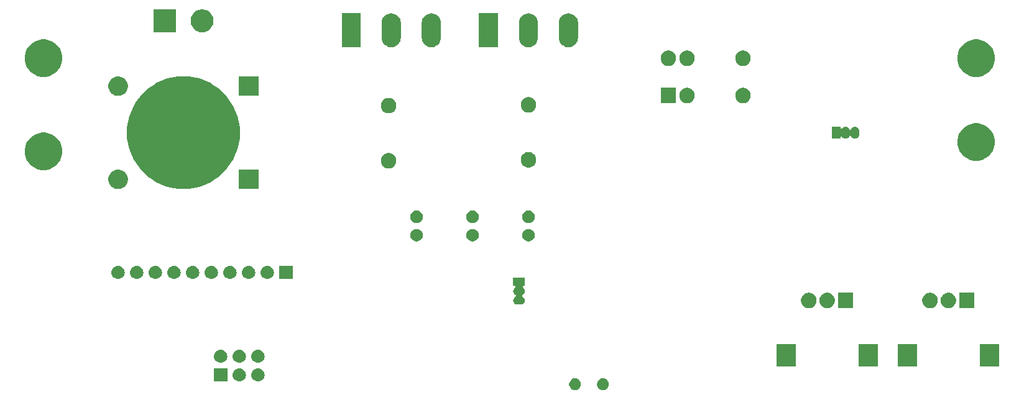
<source format=gbr>
G04 #@! TF.GenerationSoftware,KiCad,Pcbnew,(5.1.4)-1*
G04 #@! TF.CreationDate,2020-04-12T16:51:03+01:00*
G04 #@! TF.ProjectId,25v PSU,32357620-5053-4552-9e6b-696361645f70,rev?*
G04 #@! TF.SameCoordinates,Original*
G04 #@! TF.FileFunction,Soldermask,Bot*
G04 #@! TF.FilePolarity,Negative*
%FSLAX46Y46*%
G04 Gerber Fmt 4.6, Leading zero omitted, Abs format (unit mm)*
G04 Created by KiCad (PCBNEW (5.1.4)-1) date 2020-04-12 16:51:03*
%MOMM*%
%LPD*%
G04 APERTURE LIST*
%ADD10C,0.100000*%
G04 APERTURE END LIST*
D10*
G36*
X108173642Y-81779781D02*
G01*
X108319414Y-81840162D01*
X108319416Y-81840163D01*
X108450608Y-81927822D01*
X108562178Y-82039392D01*
X108649837Y-82170584D01*
X108649838Y-82170586D01*
X108710219Y-82316358D01*
X108741000Y-82471107D01*
X108741000Y-82628893D01*
X108710219Y-82783642D01*
X108649838Y-82929414D01*
X108649837Y-82929416D01*
X108562178Y-83060608D01*
X108450608Y-83172178D01*
X108319416Y-83259837D01*
X108319415Y-83259838D01*
X108319414Y-83259838D01*
X108173642Y-83320219D01*
X108018893Y-83351000D01*
X107861107Y-83351000D01*
X107706358Y-83320219D01*
X107560586Y-83259838D01*
X107560585Y-83259838D01*
X107560584Y-83259837D01*
X107429392Y-83172178D01*
X107317822Y-83060608D01*
X107230163Y-82929416D01*
X107230162Y-82929414D01*
X107169781Y-82783642D01*
X107139000Y-82628893D01*
X107139000Y-82471107D01*
X107169781Y-82316358D01*
X107230162Y-82170586D01*
X107230163Y-82170584D01*
X107317822Y-82039392D01*
X107429392Y-81927822D01*
X107560584Y-81840163D01*
X107560586Y-81840162D01*
X107706358Y-81779781D01*
X107861107Y-81749000D01*
X108018893Y-81749000D01*
X108173642Y-81779781D01*
X108173642Y-81779781D01*
G37*
G36*
X104373642Y-81779781D02*
G01*
X104519414Y-81840162D01*
X104519416Y-81840163D01*
X104650608Y-81927822D01*
X104762178Y-82039392D01*
X104849837Y-82170584D01*
X104849838Y-82170586D01*
X104910219Y-82316358D01*
X104941000Y-82471107D01*
X104941000Y-82628893D01*
X104910219Y-82783642D01*
X104849838Y-82929414D01*
X104849837Y-82929416D01*
X104762178Y-83060608D01*
X104650608Y-83172178D01*
X104519416Y-83259837D01*
X104519415Y-83259838D01*
X104519414Y-83259838D01*
X104373642Y-83320219D01*
X104218893Y-83351000D01*
X104061107Y-83351000D01*
X103906358Y-83320219D01*
X103760586Y-83259838D01*
X103760585Y-83259838D01*
X103760584Y-83259837D01*
X103629392Y-83172178D01*
X103517822Y-83060608D01*
X103430163Y-82929416D01*
X103430162Y-82929414D01*
X103369781Y-82783642D01*
X103339000Y-82628893D01*
X103339000Y-82471107D01*
X103369781Y-82316358D01*
X103430162Y-82170586D01*
X103430163Y-82170584D01*
X103517822Y-82039392D01*
X103629392Y-81927822D01*
X103760584Y-81840163D01*
X103760586Y-81840162D01*
X103906358Y-81779781D01*
X104061107Y-81749000D01*
X104218893Y-81749000D01*
X104373642Y-81779781D01*
X104373642Y-81779781D01*
G37*
G36*
X58530442Y-80385518D02*
G01*
X58596627Y-80392037D01*
X58766466Y-80443557D01*
X58922991Y-80527222D01*
X58958729Y-80556552D01*
X59060186Y-80639814D01*
X59143448Y-80741271D01*
X59172778Y-80777009D01*
X59256443Y-80933534D01*
X59307963Y-81103373D01*
X59325359Y-81280000D01*
X59307963Y-81456627D01*
X59256443Y-81626466D01*
X59172778Y-81782991D01*
X59143448Y-81818729D01*
X59060186Y-81920186D01*
X58958729Y-82003448D01*
X58922991Y-82032778D01*
X58766466Y-82116443D01*
X58596627Y-82167963D01*
X58530443Y-82174481D01*
X58464260Y-82181000D01*
X58375740Y-82181000D01*
X58309557Y-82174481D01*
X58243373Y-82167963D01*
X58073534Y-82116443D01*
X57917009Y-82032778D01*
X57881271Y-82003448D01*
X57779814Y-81920186D01*
X57696552Y-81818729D01*
X57667222Y-81782991D01*
X57583557Y-81626466D01*
X57532037Y-81456627D01*
X57514641Y-81280000D01*
X57532037Y-81103373D01*
X57583557Y-80933534D01*
X57667222Y-80777009D01*
X57696552Y-80741271D01*
X57779814Y-80639814D01*
X57881271Y-80556552D01*
X57917009Y-80527222D01*
X58073534Y-80443557D01*
X58243373Y-80392037D01*
X58309558Y-80385518D01*
X58375740Y-80379000D01*
X58464260Y-80379000D01*
X58530442Y-80385518D01*
X58530442Y-80385518D01*
G37*
G36*
X61070442Y-80385518D02*
G01*
X61136627Y-80392037D01*
X61306466Y-80443557D01*
X61462991Y-80527222D01*
X61498729Y-80556552D01*
X61600186Y-80639814D01*
X61683448Y-80741271D01*
X61712778Y-80777009D01*
X61796443Y-80933534D01*
X61847963Y-81103373D01*
X61865359Y-81280000D01*
X61847963Y-81456627D01*
X61796443Y-81626466D01*
X61712778Y-81782991D01*
X61683448Y-81818729D01*
X61600186Y-81920186D01*
X61498729Y-82003448D01*
X61462991Y-82032778D01*
X61306466Y-82116443D01*
X61136627Y-82167963D01*
X61070443Y-82174481D01*
X61004260Y-82181000D01*
X60915740Y-82181000D01*
X60849557Y-82174481D01*
X60783373Y-82167963D01*
X60613534Y-82116443D01*
X60457009Y-82032778D01*
X60421271Y-82003448D01*
X60319814Y-81920186D01*
X60236552Y-81818729D01*
X60207222Y-81782991D01*
X60123557Y-81626466D01*
X60072037Y-81456627D01*
X60054641Y-81280000D01*
X60072037Y-81103373D01*
X60123557Y-80933534D01*
X60207222Y-80777009D01*
X60236552Y-80741271D01*
X60319814Y-80639814D01*
X60421271Y-80556552D01*
X60457009Y-80527222D01*
X60613534Y-80443557D01*
X60783373Y-80392037D01*
X60849558Y-80385518D01*
X60915740Y-80379000D01*
X61004260Y-80379000D01*
X61070442Y-80385518D01*
X61070442Y-80385518D01*
G37*
G36*
X56781000Y-82181000D02*
G01*
X54979000Y-82181000D01*
X54979000Y-80379000D01*
X56781000Y-80379000D01*
X56781000Y-82181000D01*
X56781000Y-82181000D01*
G37*
G36*
X161881000Y-80171000D02*
G01*
X159279000Y-80171000D01*
X159279000Y-77069000D01*
X161881000Y-77069000D01*
X161881000Y-80171000D01*
X161881000Y-80171000D01*
G37*
G36*
X145371000Y-80171000D02*
G01*
X142769000Y-80171000D01*
X142769000Y-77069000D01*
X145371000Y-77069000D01*
X145371000Y-80171000D01*
X145371000Y-80171000D01*
G37*
G36*
X134171000Y-80171000D02*
G01*
X131569000Y-80171000D01*
X131569000Y-77069000D01*
X134171000Y-77069000D01*
X134171000Y-80171000D01*
X134171000Y-80171000D01*
G37*
G36*
X150681000Y-80171000D02*
G01*
X148079000Y-80171000D01*
X148079000Y-77069000D01*
X150681000Y-77069000D01*
X150681000Y-80171000D01*
X150681000Y-80171000D01*
G37*
G36*
X55990443Y-77845519D02*
G01*
X56056627Y-77852037D01*
X56226466Y-77903557D01*
X56382991Y-77987222D01*
X56418729Y-78016552D01*
X56520186Y-78099814D01*
X56603448Y-78201271D01*
X56632778Y-78237009D01*
X56716443Y-78393534D01*
X56767963Y-78563373D01*
X56785359Y-78740000D01*
X56767963Y-78916627D01*
X56716443Y-79086466D01*
X56632778Y-79242991D01*
X56603448Y-79278729D01*
X56520186Y-79380186D01*
X56418729Y-79463448D01*
X56382991Y-79492778D01*
X56226466Y-79576443D01*
X56056627Y-79627963D01*
X55990442Y-79634482D01*
X55924260Y-79641000D01*
X55835740Y-79641000D01*
X55769558Y-79634482D01*
X55703373Y-79627963D01*
X55533534Y-79576443D01*
X55377009Y-79492778D01*
X55341271Y-79463448D01*
X55239814Y-79380186D01*
X55156552Y-79278729D01*
X55127222Y-79242991D01*
X55043557Y-79086466D01*
X54992037Y-78916627D01*
X54974641Y-78740000D01*
X54992037Y-78563373D01*
X55043557Y-78393534D01*
X55127222Y-78237009D01*
X55156552Y-78201271D01*
X55239814Y-78099814D01*
X55341271Y-78016552D01*
X55377009Y-77987222D01*
X55533534Y-77903557D01*
X55703373Y-77852037D01*
X55769557Y-77845519D01*
X55835740Y-77839000D01*
X55924260Y-77839000D01*
X55990443Y-77845519D01*
X55990443Y-77845519D01*
G37*
G36*
X58530443Y-77845519D02*
G01*
X58596627Y-77852037D01*
X58766466Y-77903557D01*
X58922991Y-77987222D01*
X58958729Y-78016552D01*
X59060186Y-78099814D01*
X59143448Y-78201271D01*
X59172778Y-78237009D01*
X59256443Y-78393534D01*
X59307963Y-78563373D01*
X59325359Y-78740000D01*
X59307963Y-78916627D01*
X59256443Y-79086466D01*
X59172778Y-79242991D01*
X59143448Y-79278729D01*
X59060186Y-79380186D01*
X58958729Y-79463448D01*
X58922991Y-79492778D01*
X58766466Y-79576443D01*
X58596627Y-79627963D01*
X58530442Y-79634482D01*
X58464260Y-79641000D01*
X58375740Y-79641000D01*
X58309558Y-79634482D01*
X58243373Y-79627963D01*
X58073534Y-79576443D01*
X57917009Y-79492778D01*
X57881271Y-79463448D01*
X57779814Y-79380186D01*
X57696552Y-79278729D01*
X57667222Y-79242991D01*
X57583557Y-79086466D01*
X57532037Y-78916627D01*
X57514641Y-78740000D01*
X57532037Y-78563373D01*
X57583557Y-78393534D01*
X57667222Y-78237009D01*
X57696552Y-78201271D01*
X57779814Y-78099814D01*
X57881271Y-78016552D01*
X57917009Y-77987222D01*
X58073534Y-77903557D01*
X58243373Y-77852037D01*
X58309557Y-77845519D01*
X58375740Y-77839000D01*
X58464260Y-77839000D01*
X58530443Y-77845519D01*
X58530443Y-77845519D01*
G37*
G36*
X61070443Y-77845519D02*
G01*
X61136627Y-77852037D01*
X61306466Y-77903557D01*
X61462991Y-77987222D01*
X61498729Y-78016552D01*
X61600186Y-78099814D01*
X61683448Y-78201271D01*
X61712778Y-78237009D01*
X61796443Y-78393534D01*
X61847963Y-78563373D01*
X61865359Y-78740000D01*
X61847963Y-78916627D01*
X61796443Y-79086466D01*
X61712778Y-79242991D01*
X61683448Y-79278729D01*
X61600186Y-79380186D01*
X61498729Y-79463448D01*
X61462991Y-79492778D01*
X61306466Y-79576443D01*
X61136627Y-79627963D01*
X61070442Y-79634482D01*
X61004260Y-79641000D01*
X60915740Y-79641000D01*
X60849558Y-79634482D01*
X60783373Y-79627963D01*
X60613534Y-79576443D01*
X60457009Y-79492778D01*
X60421271Y-79463448D01*
X60319814Y-79380186D01*
X60236552Y-79278729D01*
X60207222Y-79242991D01*
X60123557Y-79086466D01*
X60072037Y-78916627D01*
X60054641Y-78740000D01*
X60072037Y-78563373D01*
X60123557Y-78393534D01*
X60207222Y-78237009D01*
X60236552Y-78201271D01*
X60319814Y-78099814D01*
X60421271Y-78016552D01*
X60457009Y-77987222D01*
X60613534Y-77903557D01*
X60783373Y-77852037D01*
X60849557Y-77845519D01*
X60915740Y-77839000D01*
X61004260Y-77839000D01*
X61070443Y-77845519D01*
X61070443Y-77845519D01*
G37*
G36*
X142021000Y-72171000D02*
G01*
X139919000Y-72171000D01*
X139919000Y-70069000D01*
X142021000Y-70069000D01*
X142021000Y-72171000D01*
X142021000Y-72171000D01*
G37*
G36*
X158531000Y-72171000D02*
G01*
X156429000Y-72171000D01*
X156429000Y-70069000D01*
X158531000Y-70069000D01*
X158531000Y-72171000D01*
X158531000Y-72171000D01*
G37*
G36*
X138776564Y-70109389D02*
G01*
X138926646Y-70171555D01*
X138967835Y-70188616D01*
X139139973Y-70303635D01*
X139286365Y-70450027D01*
X139383393Y-70595239D01*
X139401385Y-70622167D01*
X139480611Y-70813436D01*
X139521000Y-71016484D01*
X139521000Y-71223516D01*
X139480611Y-71426564D01*
X139438071Y-71529264D01*
X139401384Y-71617835D01*
X139286365Y-71789973D01*
X139139973Y-71936365D01*
X138967835Y-72051384D01*
X138967834Y-72051385D01*
X138967833Y-72051385D01*
X138776564Y-72130611D01*
X138573516Y-72171000D01*
X138366484Y-72171000D01*
X138163436Y-72130611D01*
X137972167Y-72051385D01*
X137972166Y-72051385D01*
X137972165Y-72051384D01*
X137800027Y-71936365D01*
X137653635Y-71789973D01*
X137538616Y-71617835D01*
X137501929Y-71529264D01*
X137459389Y-71426564D01*
X137419000Y-71223516D01*
X137419000Y-71016484D01*
X137459389Y-70813436D01*
X137538615Y-70622167D01*
X137556608Y-70595239D01*
X137653635Y-70450027D01*
X137800027Y-70303635D01*
X137972165Y-70188616D01*
X138013354Y-70171555D01*
X138163436Y-70109389D01*
X138366484Y-70069000D01*
X138573516Y-70069000D01*
X138776564Y-70109389D01*
X138776564Y-70109389D01*
G37*
G36*
X136276564Y-70109389D02*
G01*
X136426646Y-70171555D01*
X136467835Y-70188616D01*
X136639973Y-70303635D01*
X136786365Y-70450027D01*
X136883393Y-70595239D01*
X136901385Y-70622167D01*
X136980611Y-70813436D01*
X137021000Y-71016484D01*
X137021000Y-71223516D01*
X136980611Y-71426564D01*
X136938071Y-71529264D01*
X136901384Y-71617835D01*
X136786365Y-71789973D01*
X136639973Y-71936365D01*
X136467835Y-72051384D01*
X136467834Y-72051385D01*
X136467833Y-72051385D01*
X136276564Y-72130611D01*
X136073516Y-72171000D01*
X135866484Y-72171000D01*
X135663436Y-72130611D01*
X135472167Y-72051385D01*
X135472166Y-72051385D01*
X135472165Y-72051384D01*
X135300027Y-71936365D01*
X135153635Y-71789973D01*
X135038616Y-71617835D01*
X135001929Y-71529264D01*
X134959389Y-71426564D01*
X134919000Y-71223516D01*
X134919000Y-71016484D01*
X134959389Y-70813436D01*
X135038615Y-70622167D01*
X135056608Y-70595239D01*
X135153635Y-70450027D01*
X135300027Y-70303635D01*
X135472165Y-70188616D01*
X135513354Y-70171555D01*
X135663436Y-70109389D01*
X135866484Y-70069000D01*
X136073516Y-70069000D01*
X136276564Y-70109389D01*
X136276564Y-70109389D01*
G37*
G36*
X152786564Y-70109389D02*
G01*
X152936646Y-70171555D01*
X152977835Y-70188616D01*
X153149973Y-70303635D01*
X153296365Y-70450027D01*
X153393393Y-70595239D01*
X153411385Y-70622167D01*
X153490611Y-70813436D01*
X153531000Y-71016484D01*
X153531000Y-71223516D01*
X153490611Y-71426564D01*
X153448071Y-71529264D01*
X153411384Y-71617835D01*
X153296365Y-71789973D01*
X153149973Y-71936365D01*
X152977835Y-72051384D01*
X152977834Y-72051385D01*
X152977833Y-72051385D01*
X152786564Y-72130611D01*
X152583516Y-72171000D01*
X152376484Y-72171000D01*
X152173436Y-72130611D01*
X151982167Y-72051385D01*
X151982166Y-72051385D01*
X151982165Y-72051384D01*
X151810027Y-71936365D01*
X151663635Y-71789973D01*
X151548616Y-71617835D01*
X151511929Y-71529264D01*
X151469389Y-71426564D01*
X151429000Y-71223516D01*
X151429000Y-71016484D01*
X151469389Y-70813436D01*
X151548615Y-70622167D01*
X151566608Y-70595239D01*
X151663635Y-70450027D01*
X151810027Y-70303635D01*
X151982165Y-70188616D01*
X152023354Y-70171555D01*
X152173436Y-70109389D01*
X152376484Y-70069000D01*
X152583516Y-70069000D01*
X152786564Y-70109389D01*
X152786564Y-70109389D01*
G37*
G36*
X155286564Y-70109389D02*
G01*
X155436646Y-70171555D01*
X155477835Y-70188616D01*
X155649973Y-70303635D01*
X155796365Y-70450027D01*
X155893393Y-70595239D01*
X155911385Y-70622167D01*
X155990611Y-70813436D01*
X156031000Y-71016484D01*
X156031000Y-71223516D01*
X155990611Y-71426564D01*
X155948071Y-71529264D01*
X155911384Y-71617835D01*
X155796365Y-71789973D01*
X155649973Y-71936365D01*
X155477835Y-72051384D01*
X155477834Y-72051385D01*
X155477833Y-72051385D01*
X155286564Y-72130611D01*
X155083516Y-72171000D01*
X154876484Y-72171000D01*
X154673436Y-72130611D01*
X154482167Y-72051385D01*
X154482166Y-72051385D01*
X154482165Y-72051384D01*
X154310027Y-71936365D01*
X154163635Y-71789973D01*
X154048616Y-71617835D01*
X154011929Y-71529264D01*
X153969389Y-71426564D01*
X153929000Y-71223516D01*
X153929000Y-71016484D01*
X153969389Y-70813436D01*
X154048615Y-70622167D01*
X154066608Y-70595239D01*
X154163635Y-70450027D01*
X154310027Y-70303635D01*
X154482165Y-70188616D01*
X154523354Y-70171555D01*
X154673436Y-70109389D01*
X154876484Y-70069000D01*
X155083516Y-70069000D01*
X155286564Y-70109389D01*
X155286564Y-70109389D01*
G37*
G36*
X97321000Y-69156000D02*
G01*
X97156660Y-69156000D01*
X97132274Y-69158402D01*
X97108825Y-69165515D01*
X97087214Y-69177066D01*
X97068272Y-69192611D01*
X97052727Y-69211553D01*
X97041176Y-69233164D01*
X97034063Y-69256613D01*
X97031661Y-69280999D01*
X97034063Y-69305385D01*
X97041176Y-69328834D01*
X97052727Y-69350445D01*
X97068272Y-69369387D01*
X97077345Y-69377609D01*
X97154264Y-69440736D01*
X97226244Y-69528443D01*
X97260429Y-69592399D01*
X97279728Y-69628505D01*
X97279729Y-69628508D01*
X97312666Y-69737084D01*
X97323787Y-69850000D01*
X97312666Y-69962916D01*
X97280485Y-70069000D01*
X97279728Y-70071495D01*
X97260429Y-70107601D01*
X97226244Y-70171557D01*
X97154264Y-70259264D01*
X97066557Y-70331244D01*
X96985141Y-70374761D01*
X96964766Y-70388375D01*
X96947439Y-70405702D01*
X96933826Y-70426076D01*
X96924448Y-70448715D01*
X96919668Y-70472748D01*
X96919668Y-70497252D01*
X96924448Y-70521285D01*
X96933826Y-70543924D01*
X96947440Y-70564299D01*
X96964767Y-70581626D01*
X96985141Y-70595239D01*
X97066557Y-70638756D01*
X97154264Y-70710736D01*
X97226244Y-70798443D01*
X97260429Y-70862399D01*
X97279728Y-70898505D01*
X97279729Y-70898508D01*
X97312666Y-71007084D01*
X97323787Y-71120000D01*
X97312666Y-71232916D01*
X97279729Y-71341492D01*
X97279728Y-71341495D01*
X97260429Y-71377601D01*
X97226244Y-71441557D01*
X97154264Y-71529264D01*
X97066557Y-71601244D01*
X97002601Y-71635429D01*
X96966495Y-71654728D01*
X96966492Y-71654729D01*
X96857916Y-71687666D01*
X96773298Y-71696000D01*
X96266702Y-71696000D01*
X96182084Y-71687666D01*
X96073508Y-71654729D01*
X96073505Y-71654728D01*
X96037399Y-71635429D01*
X95973443Y-71601244D01*
X95885736Y-71529264D01*
X95813756Y-71441557D01*
X95779571Y-71377601D01*
X95760272Y-71341495D01*
X95760271Y-71341492D01*
X95727334Y-71232916D01*
X95716213Y-71120000D01*
X95727334Y-71007084D01*
X95760271Y-70898508D01*
X95760272Y-70898505D01*
X95779571Y-70862399D01*
X95813756Y-70798443D01*
X95885736Y-70710736D01*
X95973443Y-70638756D01*
X96054859Y-70595239D01*
X96075234Y-70581625D01*
X96092561Y-70564298D01*
X96106174Y-70543924D01*
X96115552Y-70521285D01*
X96120332Y-70497252D01*
X96120332Y-70472748D01*
X96115552Y-70448715D01*
X96106174Y-70426076D01*
X96092560Y-70405701D01*
X96075233Y-70388374D01*
X96054859Y-70374761D01*
X95973443Y-70331244D01*
X95885736Y-70259264D01*
X95813756Y-70171557D01*
X95779571Y-70107601D01*
X95760272Y-70071495D01*
X95759515Y-70069000D01*
X95727334Y-69962916D01*
X95716213Y-69850000D01*
X95727334Y-69737084D01*
X95760271Y-69628508D01*
X95760272Y-69628505D01*
X95779571Y-69592399D01*
X95813756Y-69528443D01*
X95885736Y-69440736D01*
X95962646Y-69377617D01*
X95979965Y-69360298D01*
X95993579Y-69339923D01*
X96002957Y-69317284D01*
X96007737Y-69293251D01*
X96007737Y-69268747D01*
X96002957Y-69244714D01*
X95993579Y-69222075D01*
X95979966Y-69201701D01*
X95962639Y-69184374D01*
X95942264Y-69170760D01*
X95919625Y-69161382D01*
X95895592Y-69156602D01*
X95883340Y-69156000D01*
X95719000Y-69156000D01*
X95719000Y-68004000D01*
X97321000Y-68004000D01*
X97321000Y-69156000D01*
X97321000Y-69156000D01*
G37*
G36*
X49640443Y-66415519D02*
G01*
X49706627Y-66422037D01*
X49876466Y-66473557D01*
X50032991Y-66557222D01*
X50068729Y-66586552D01*
X50170186Y-66669814D01*
X50253448Y-66771271D01*
X50282778Y-66807009D01*
X50366443Y-66963534D01*
X50417963Y-67133373D01*
X50435359Y-67310000D01*
X50417963Y-67486627D01*
X50366443Y-67656466D01*
X50282778Y-67812991D01*
X50253448Y-67848729D01*
X50170186Y-67950186D01*
X50104612Y-68004000D01*
X50032991Y-68062778D01*
X49876466Y-68146443D01*
X49706627Y-68197963D01*
X49640443Y-68204481D01*
X49574260Y-68211000D01*
X49485740Y-68211000D01*
X49419557Y-68204481D01*
X49353373Y-68197963D01*
X49183534Y-68146443D01*
X49027009Y-68062778D01*
X48955388Y-68004000D01*
X48889814Y-67950186D01*
X48806552Y-67848729D01*
X48777222Y-67812991D01*
X48693557Y-67656466D01*
X48642037Y-67486627D01*
X48624641Y-67310000D01*
X48642037Y-67133373D01*
X48693557Y-66963534D01*
X48777222Y-66807009D01*
X48806552Y-66771271D01*
X48889814Y-66669814D01*
X48991271Y-66586552D01*
X49027009Y-66557222D01*
X49183534Y-66473557D01*
X49353373Y-66422037D01*
X49419557Y-66415519D01*
X49485740Y-66409000D01*
X49574260Y-66409000D01*
X49640443Y-66415519D01*
X49640443Y-66415519D01*
G37*
G36*
X65671000Y-68211000D02*
G01*
X63869000Y-68211000D01*
X63869000Y-66409000D01*
X65671000Y-66409000D01*
X65671000Y-68211000D01*
X65671000Y-68211000D01*
G37*
G36*
X62340443Y-66415519D02*
G01*
X62406627Y-66422037D01*
X62576466Y-66473557D01*
X62732991Y-66557222D01*
X62768729Y-66586552D01*
X62870186Y-66669814D01*
X62953448Y-66771271D01*
X62982778Y-66807009D01*
X63066443Y-66963534D01*
X63117963Y-67133373D01*
X63135359Y-67310000D01*
X63117963Y-67486627D01*
X63066443Y-67656466D01*
X62982778Y-67812991D01*
X62953448Y-67848729D01*
X62870186Y-67950186D01*
X62804612Y-68004000D01*
X62732991Y-68062778D01*
X62576466Y-68146443D01*
X62406627Y-68197963D01*
X62340443Y-68204481D01*
X62274260Y-68211000D01*
X62185740Y-68211000D01*
X62119557Y-68204481D01*
X62053373Y-68197963D01*
X61883534Y-68146443D01*
X61727009Y-68062778D01*
X61655388Y-68004000D01*
X61589814Y-67950186D01*
X61506552Y-67848729D01*
X61477222Y-67812991D01*
X61393557Y-67656466D01*
X61342037Y-67486627D01*
X61324641Y-67310000D01*
X61342037Y-67133373D01*
X61393557Y-66963534D01*
X61477222Y-66807009D01*
X61506552Y-66771271D01*
X61589814Y-66669814D01*
X61691271Y-66586552D01*
X61727009Y-66557222D01*
X61883534Y-66473557D01*
X62053373Y-66422037D01*
X62119557Y-66415519D01*
X62185740Y-66409000D01*
X62274260Y-66409000D01*
X62340443Y-66415519D01*
X62340443Y-66415519D01*
G37*
G36*
X59800443Y-66415519D02*
G01*
X59866627Y-66422037D01*
X60036466Y-66473557D01*
X60192991Y-66557222D01*
X60228729Y-66586552D01*
X60330186Y-66669814D01*
X60413448Y-66771271D01*
X60442778Y-66807009D01*
X60526443Y-66963534D01*
X60577963Y-67133373D01*
X60595359Y-67310000D01*
X60577963Y-67486627D01*
X60526443Y-67656466D01*
X60442778Y-67812991D01*
X60413448Y-67848729D01*
X60330186Y-67950186D01*
X60264612Y-68004000D01*
X60192991Y-68062778D01*
X60036466Y-68146443D01*
X59866627Y-68197963D01*
X59800443Y-68204481D01*
X59734260Y-68211000D01*
X59645740Y-68211000D01*
X59579557Y-68204481D01*
X59513373Y-68197963D01*
X59343534Y-68146443D01*
X59187009Y-68062778D01*
X59115388Y-68004000D01*
X59049814Y-67950186D01*
X58966552Y-67848729D01*
X58937222Y-67812991D01*
X58853557Y-67656466D01*
X58802037Y-67486627D01*
X58784641Y-67310000D01*
X58802037Y-67133373D01*
X58853557Y-66963534D01*
X58937222Y-66807009D01*
X58966552Y-66771271D01*
X59049814Y-66669814D01*
X59151271Y-66586552D01*
X59187009Y-66557222D01*
X59343534Y-66473557D01*
X59513373Y-66422037D01*
X59579557Y-66415519D01*
X59645740Y-66409000D01*
X59734260Y-66409000D01*
X59800443Y-66415519D01*
X59800443Y-66415519D01*
G37*
G36*
X57260443Y-66415519D02*
G01*
X57326627Y-66422037D01*
X57496466Y-66473557D01*
X57652991Y-66557222D01*
X57688729Y-66586552D01*
X57790186Y-66669814D01*
X57873448Y-66771271D01*
X57902778Y-66807009D01*
X57986443Y-66963534D01*
X58037963Y-67133373D01*
X58055359Y-67310000D01*
X58037963Y-67486627D01*
X57986443Y-67656466D01*
X57902778Y-67812991D01*
X57873448Y-67848729D01*
X57790186Y-67950186D01*
X57724612Y-68004000D01*
X57652991Y-68062778D01*
X57496466Y-68146443D01*
X57326627Y-68197963D01*
X57260443Y-68204481D01*
X57194260Y-68211000D01*
X57105740Y-68211000D01*
X57039557Y-68204481D01*
X56973373Y-68197963D01*
X56803534Y-68146443D01*
X56647009Y-68062778D01*
X56575388Y-68004000D01*
X56509814Y-67950186D01*
X56426552Y-67848729D01*
X56397222Y-67812991D01*
X56313557Y-67656466D01*
X56262037Y-67486627D01*
X56244641Y-67310000D01*
X56262037Y-67133373D01*
X56313557Y-66963534D01*
X56397222Y-66807009D01*
X56426552Y-66771271D01*
X56509814Y-66669814D01*
X56611271Y-66586552D01*
X56647009Y-66557222D01*
X56803534Y-66473557D01*
X56973373Y-66422037D01*
X57039557Y-66415519D01*
X57105740Y-66409000D01*
X57194260Y-66409000D01*
X57260443Y-66415519D01*
X57260443Y-66415519D01*
G37*
G36*
X54720443Y-66415519D02*
G01*
X54786627Y-66422037D01*
X54956466Y-66473557D01*
X55112991Y-66557222D01*
X55148729Y-66586552D01*
X55250186Y-66669814D01*
X55333448Y-66771271D01*
X55362778Y-66807009D01*
X55446443Y-66963534D01*
X55497963Y-67133373D01*
X55515359Y-67310000D01*
X55497963Y-67486627D01*
X55446443Y-67656466D01*
X55362778Y-67812991D01*
X55333448Y-67848729D01*
X55250186Y-67950186D01*
X55184612Y-68004000D01*
X55112991Y-68062778D01*
X54956466Y-68146443D01*
X54786627Y-68197963D01*
X54720443Y-68204481D01*
X54654260Y-68211000D01*
X54565740Y-68211000D01*
X54499557Y-68204481D01*
X54433373Y-68197963D01*
X54263534Y-68146443D01*
X54107009Y-68062778D01*
X54035388Y-68004000D01*
X53969814Y-67950186D01*
X53886552Y-67848729D01*
X53857222Y-67812991D01*
X53773557Y-67656466D01*
X53722037Y-67486627D01*
X53704641Y-67310000D01*
X53722037Y-67133373D01*
X53773557Y-66963534D01*
X53857222Y-66807009D01*
X53886552Y-66771271D01*
X53969814Y-66669814D01*
X54071271Y-66586552D01*
X54107009Y-66557222D01*
X54263534Y-66473557D01*
X54433373Y-66422037D01*
X54499557Y-66415519D01*
X54565740Y-66409000D01*
X54654260Y-66409000D01*
X54720443Y-66415519D01*
X54720443Y-66415519D01*
G37*
G36*
X52180443Y-66415519D02*
G01*
X52246627Y-66422037D01*
X52416466Y-66473557D01*
X52572991Y-66557222D01*
X52608729Y-66586552D01*
X52710186Y-66669814D01*
X52793448Y-66771271D01*
X52822778Y-66807009D01*
X52906443Y-66963534D01*
X52957963Y-67133373D01*
X52975359Y-67310000D01*
X52957963Y-67486627D01*
X52906443Y-67656466D01*
X52822778Y-67812991D01*
X52793448Y-67848729D01*
X52710186Y-67950186D01*
X52644612Y-68004000D01*
X52572991Y-68062778D01*
X52416466Y-68146443D01*
X52246627Y-68197963D01*
X52180443Y-68204481D01*
X52114260Y-68211000D01*
X52025740Y-68211000D01*
X51959557Y-68204481D01*
X51893373Y-68197963D01*
X51723534Y-68146443D01*
X51567009Y-68062778D01*
X51495388Y-68004000D01*
X51429814Y-67950186D01*
X51346552Y-67848729D01*
X51317222Y-67812991D01*
X51233557Y-67656466D01*
X51182037Y-67486627D01*
X51164641Y-67310000D01*
X51182037Y-67133373D01*
X51233557Y-66963534D01*
X51317222Y-66807009D01*
X51346552Y-66771271D01*
X51429814Y-66669814D01*
X51531271Y-66586552D01*
X51567009Y-66557222D01*
X51723534Y-66473557D01*
X51893373Y-66422037D01*
X51959557Y-66415519D01*
X52025740Y-66409000D01*
X52114260Y-66409000D01*
X52180443Y-66415519D01*
X52180443Y-66415519D01*
G37*
G36*
X47100443Y-66415519D02*
G01*
X47166627Y-66422037D01*
X47336466Y-66473557D01*
X47492991Y-66557222D01*
X47528729Y-66586552D01*
X47630186Y-66669814D01*
X47713448Y-66771271D01*
X47742778Y-66807009D01*
X47826443Y-66963534D01*
X47877963Y-67133373D01*
X47895359Y-67310000D01*
X47877963Y-67486627D01*
X47826443Y-67656466D01*
X47742778Y-67812991D01*
X47713448Y-67848729D01*
X47630186Y-67950186D01*
X47564612Y-68004000D01*
X47492991Y-68062778D01*
X47336466Y-68146443D01*
X47166627Y-68197963D01*
X47100443Y-68204481D01*
X47034260Y-68211000D01*
X46945740Y-68211000D01*
X46879557Y-68204481D01*
X46813373Y-68197963D01*
X46643534Y-68146443D01*
X46487009Y-68062778D01*
X46415388Y-68004000D01*
X46349814Y-67950186D01*
X46266552Y-67848729D01*
X46237222Y-67812991D01*
X46153557Y-67656466D01*
X46102037Y-67486627D01*
X46084641Y-67310000D01*
X46102037Y-67133373D01*
X46153557Y-66963534D01*
X46237222Y-66807009D01*
X46266552Y-66771271D01*
X46349814Y-66669814D01*
X46451271Y-66586552D01*
X46487009Y-66557222D01*
X46643534Y-66473557D01*
X46813373Y-66422037D01*
X46879557Y-66415519D01*
X46945740Y-66409000D01*
X47034260Y-66409000D01*
X47100443Y-66415519D01*
X47100443Y-66415519D01*
G37*
G36*
X44560443Y-66415519D02*
G01*
X44626627Y-66422037D01*
X44796466Y-66473557D01*
X44952991Y-66557222D01*
X44988729Y-66586552D01*
X45090186Y-66669814D01*
X45173448Y-66771271D01*
X45202778Y-66807009D01*
X45286443Y-66963534D01*
X45337963Y-67133373D01*
X45355359Y-67310000D01*
X45337963Y-67486627D01*
X45286443Y-67656466D01*
X45202778Y-67812991D01*
X45173448Y-67848729D01*
X45090186Y-67950186D01*
X45024612Y-68004000D01*
X44952991Y-68062778D01*
X44796466Y-68146443D01*
X44626627Y-68197963D01*
X44560443Y-68204481D01*
X44494260Y-68211000D01*
X44405740Y-68211000D01*
X44339557Y-68204481D01*
X44273373Y-68197963D01*
X44103534Y-68146443D01*
X43947009Y-68062778D01*
X43875388Y-68004000D01*
X43809814Y-67950186D01*
X43726552Y-67848729D01*
X43697222Y-67812991D01*
X43613557Y-67656466D01*
X43562037Y-67486627D01*
X43544641Y-67310000D01*
X43562037Y-67133373D01*
X43613557Y-66963534D01*
X43697222Y-66807009D01*
X43726552Y-66771271D01*
X43809814Y-66669814D01*
X43911271Y-66586552D01*
X43947009Y-66557222D01*
X44103534Y-66473557D01*
X44273373Y-66422037D01*
X44339557Y-66415519D01*
X44405740Y-66409000D01*
X44494260Y-66409000D01*
X44560443Y-66415519D01*
X44560443Y-66415519D01*
G37*
G36*
X42020443Y-66415519D02*
G01*
X42086627Y-66422037D01*
X42256466Y-66473557D01*
X42412991Y-66557222D01*
X42448729Y-66586552D01*
X42550186Y-66669814D01*
X42633448Y-66771271D01*
X42662778Y-66807009D01*
X42746443Y-66963534D01*
X42797963Y-67133373D01*
X42815359Y-67310000D01*
X42797963Y-67486627D01*
X42746443Y-67656466D01*
X42662778Y-67812991D01*
X42633448Y-67848729D01*
X42550186Y-67950186D01*
X42484612Y-68004000D01*
X42412991Y-68062778D01*
X42256466Y-68146443D01*
X42086627Y-68197963D01*
X42020443Y-68204481D01*
X41954260Y-68211000D01*
X41865740Y-68211000D01*
X41799557Y-68204481D01*
X41733373Y-68197963D01*
X41563534Y-68146443D01*
X41407009Y-68062778D01*
X41335388Y-68004000D01*
X41269814Y-67950186D01*
X41186552Y-67848729D01*
X41157222Y-67812991D01*
X41073557Y-67656466D01*
X41022037Y-67486627D01*
X41004641Y-67310000D01*
X41022037Y-67133373D01*
X41073557Y-66963534D01*
X41157222Y-66807009D01*
X41186552Y-66771271D01*
X41269814Y-66669814D01*
X41371271Y-66586552D01*
X41407009Y-66557222D01*
X41563534Y-66473557D01*
X41733373Y-66422037D01*
X41799557Y-66415519D01*
X41865740Y-66409000D01*
X41954260Y-66409000D01*
X42020443Y-66415519D01*
X42020443Y-66415519D01*
G37*
G36*
X98038228Y-61411703D02*
G01*
X98193100Y-61475853D01*
X98332481Y-61568985D01*
X98451015Y-61687519D01*
X98544147Y-61826900D01*
X98608297Y-61981772D01*
X98641000Y-62146184D01*
X98641000Y-62313816D01*
X98608297Y-62478228D01*
X98544147Y-62633100D01*
X98451015Y-62772481D01*
X98332481Y-62891015D01*
X98193100Y-62984147D01*
X98038228Y-63048297D01*
X97873816Y-63081000D01*
X97706184Y-63081000D01*
X97541772Y-63048297D01*
X97386900Y-62984147D01*
X97247519Y-62891015D01*
X97128985Y-62772481D01*
X97035853Y-62633100D01*
X96971703Y-62478228D01*
X96939000Y-62313816D01*
X96939000Y-62146184D01*
X96971703Y-61981772D01*
X97035853Y-61826900D01*
X97128985Y-61687519D01*
X97247519Y-61568985D01*
X97386900Y-61475853D01*
X97541772Y-61411703D01*
X97706184Y-61379000D01*
X97873816Y-61379000D01*
X98038228Y-61411703D01*
X98038228Y-61411703D01*
G37*
G36*
X90418228Y-61411703D02*
G01*
X90573100Y-61475853D01*
X90712481Y-61568985D01*
X90831015Y-61687519D01*
X90924147Y-61826900D01*
X90988297Y-61981772D01*
X91021000Y-62146184D01*
X91021000Y-62313816D01*
X90988297Y-62478228D01*
X90924147Y-62633100D01*
X90831015Y-62772481D01*
X90712481Y-62891015D01*
X90573100Y-62984147D01*
X90418228Y-63048297D01*
X90253816Y-63081000D01*
X90086184Y-63081000D01*
X89921772Y-63048297D01*
X89766900Y-62984147D01*
X89627519Y-62891015D01*
X89508985Y-62772481D01*
X89415853Y-62633100D01*
X89351703Y-62478228D01*
X89319000Y-62313816D01*
X89319000Y-62146184D01*
X89351703Y-61981772D01*
X89415853Y-61826900D01*
X89508985Y-61687519D01*
X89627519Y-61568985D01*
X89766900Y-61475853D01*
X89921772Y-61411703D01*
X90086184Y-61379000D01*
X90253816Y-61379000D01*
X90418228Y-61411703D01*
X90418228Y-61411703D01*
G37*
G36*
X82798228Y-61411703D02*
G01*
X82953100Y-61475853D01*
X83092481Y-61568985D01*
X83211015Y-61687519D01*
X83304147Y-61826900D01*
X83368297Y-61981772D01*
X83401000Y-62146184D01*
X83401000Y-62313816D01*
X83368297Y-62478228D01*
X83304147Y-62633100D01*
X83211015Y-62772481D01*
X83092481Y-62891015D01*
X82953100Y-62984147D01*
X82798228Y-63048297D01*
X82633816Y-63081000D01*
X82466184Y-63081000D01*
X82301772Y-63048297D01*
X82146900Y-62984147D01*
X82007519Y-62891015D01*
X81888985Y-62772481D01*
X81795853Y-62633100D01*
X81731703Y-62478228D01*
X81699000Y-62313816D01*
X81699000Y-62146184D01*
X81731703Y-61981772D01*
X81795853Y-61826900D01*
X81888985Y-61687519D01*
X82007519Y-61568985D01*
X82146900Y-61475853D01*
X82301772Y-61411703D01*
X82466184Y-61379000D01*
X82633816Y-61379000D01*
X82798228Y-61411703D01*
X82798228Y-61411703D01*
G37*
G36*
X82798228Y-58911703D02*
G01*
X82953100Y-58975853D01*
X83092481Y-59068985D01*
X83211015Y-59187519D01*
X83304147Y-59326900D01*
X83368297Y-59481772D01*
X83401000Y-59646184D01*
X83401000Y-59813816D01*
X83368297Y-59978228D01*
X83304147Y-60133100D01*
X83211015Y-60272481D01*
X83092481Y-60391015D01*
X82953100Y-60484147D01*
X82798228Y-60548297D01*
X82633816Y-60581000D01*
X82466184Y-60581000D01*
X82301772Y-60548297D01*
X82146900Y-60484147D01*
X82007519Y-60391015D01*
X81888985Y-60272481D01*
X81795853Y-60133100D01*
X81731703Y-59978228D01*
X81699000Y-59813816D01*
X81699000Y-59646184D01*
X81731703Y-59481772D01*
X81795853Y-59326900D01*
X81888985Y-59187519D01*
X82007519Y-59068985D01*
X82146900Y-58975853D01*
X82301772Y-58911703D01*
X82466184Y-58879000D01*
X82633816Y-58879000D01*
X82798228Y-58911703D01*
X82798228Y-58911703D01*
G37*
G36*
X90418228Y-58911703D02*
G01*
X90573100Y-58975853D01*
X90712481Y-59068985D01*
X90831015Y-59187519D01*
X90924147Y-59326900D01*
X90988297Y-59481772D01*
X91021000Y-59646184D01*
X91021000Y-59813816D01*
X90988297Y-59978228D01*
X90924147Y-60133100D01*
X90831015Y-60272481D01*
X90712481Y-60391015D01*
X90573100Y-60484147D01*
X90418228Y-60548297D01*
X90253816Y-60581000D01*
X90086184Y-60581000D01*
X89921772Y-60548297D01*
X89766900Y-60484147D01*
X89627519Y-60391015D01*
X89508985Y-60272481D01*
X89415853Y-60133100D01*
X89351703Y-59978228D01*
X89319000Y-59813816D01*
X89319000Y-59646184D01*
X89351703Y-59481772D01*
X89415853Y-59326900D01*
X89508985Y-59187519D01*
X89627519Y-59068985D01*
X89766900Y-58975853D01*
X89921772Y-58911703D01*
X90086184Y-58879000D01*
X90253816Y-58879000D01*
X90418228Y-58911703D01*
X90418228Y-58911703D01*
G37*
G36*
X98038228Y-58911703D02*
G01*
X98193100Y-58975853D01*
X98332481Y-59068985D01*
X98451015Y-59187519D01*
X98544147Y-59326900D01*
X98608297Y-59481772D01*
X98641000Y-59646184D01*
X98641000Y-59813816D01*
X98608297Y-59978228D01*
X98544147Y-60133100D01*
X98451015Y-60272481D01*
X98332481Y-60391015D01*
X98193100Y-60484147D01*
X98038228Y-60548297D01*
X97873816Y-60581000D01*
X97706184Y-60581000D01*
X97541772Y-60548297D01*
X97386900Y-60484147D01*
X97247519Y-60391015D01*
X97128985Y-60272481D01*
X97035853Y-60133100D01*
X96971703Y-59978228D01*
X96939000Y-59813816D01*
X96939000Y-59646184D01*
X96971703Y-59481772D01*
X97035853Y-59326900D01*
X97128985Y-59187519D01*
X97247519Y-59068985D01*
X97386900Y-58975853D01*
X97541772Y-58911703D01*
X97706184Y-58879000D01*
X97873816Y-58879000D01*
X98038228Y-58911703D01*
X98038228Y-58911703D01*
G37*
G36*
X42167715Y-53314383D02*
G01*
X42295322Y-53339765D01*
X42436148Y-53398097D01*
X42535727Y-53439344D01*
X42535728Y-53439345D01*
X42752089Y-53583912D01*
X42936088Y-53767911D01*
X43032685Y-53912479D01*
X43080656Y-53984273D01*
X43121903Y-54083852D01*
X43180235Y-54224678D01*
X43231000Y-54479893D01*
X43231000Y-54740107D01*
X43180235Y-54995322D01*
X43154292Y-55057953D01*
X43080656Y-55235727D01*
X43080655Y-55235728D01*
X42936088Y-55452089D01*
X42752089Y-55636088D01*
X42607521Y-55732685D01*
X42535727Y-55780656D01*
X42436148Y-55821903D01*
X42295322Y-55880235D01*
X42167715Y-55905617D01*
X42040109Y-55931000D01*
X41779891Y-55931000D01*
X41652285Y-55905617D01*
X41524678Y-55880235D01*
X41383852Y-55821903D01*
X41284273Y-55780656D01*
X41212479Y-55732685D01*
X41067911Y-55636088D01*
X40883912Y-55452089D01*
X40739345Y-55235728D01*
X40739344Y-55235727D01*
X40665708Y-55057953D01*
X40639765Y-54995322D01*
X40589000Y-54740107D01*
X40589000Y-54479893D01*
X40639765Y-54224678D01*
X40698097Y-54083852D01*
X40739344Y-53984273D01*
X40787315Y-53912479D01*
X40883912Y-53767911D01*
X41067911Y-53583912D01*
X41284272Y-53439345D01*
X41284273Y-53439344D01*
X41383852Y-53398097D01*
X41524678Y-53339765D01*
X41652286Y-53314382D01*
X41779891Y-53289000D01*
X42040109Y-53289000D01*
X42167715Y-53314383D01*
X42167715Y-53314383D01*
G37*
G36*
X61011000Y-55931000D02*
G01*
X58369000Y-55931000D01*
X58369000Y-53289000D01*
X61011000Y-53289000D01*
X61011000Y-55931000D01*
X61011000Y-55931000D01*
G37*
G36*
X53037547Y-40883791D02*
G01*
X54433580Y-41462047D01*
X54850480Y-41740611D01*
X55689978Y-42301545D01*
X56758455Y-43370022D01*
X57275233Y-44143435D01*
X57597953Y-44626420D01*
X58176209Y-46022453D01*
X58471000Y-47504471D01*
X58471000Y-49015529D01*
X58176209Y-50497547D01*
X57597953Y-51893580D01*
X57342876Y-52275329D01*
X56758455Y-53149978D01*
X55689978Y-54218455D01*
X55298711Y-54479891D01*
X54433580Y-55057953D01*
X53037547Y-55636209D01*
X51555529Y-55931000D01*
X50044471Y-55931000D01*
X48562453Y-55636209D01*
X47166420Y-55057953D01*
X46301289Y-54479891D01*
X45910022Y-54218455D01*
X44841545Y-53149978D01*
X44257124Y-52275329D01*
X44002047Y-51893580D01*
X43423791Y-50497547D01*
X43129000Y-49015529D01*
X43129000Y-47504471D01*
X43423791Y-46022453D01*
X44002047Y-44626420D01*
X44324767Y-44143435D01*
X44841545Y-43370022D01*
X45910022Y-42301545D01*
X46749520Y-41740611D01*
X47166420Y-41462047D01*
X48562453Y-40883791D01*
X50044471Y-40589000D01*
X51555529Y-40589000D01*
X53037547Y-40883791D01*
X53037547Y-40883791D01*
G37*
G36*
X32494098Y-48347033D02*
G01*
X32958350Y-48539332D01*
X32958352Y-48539333D01*
X33376168Y-48818509D01*
X33731491Y-49173832D01*
X34010667Y-49591648D01*
X34010668Y-49591650D01*
X34202967Y-50055902D01*
X34301000Y-50548747D01*
X34301000Y-51051253D01*
X34202967Y-51544098D01*
X34021182Y-51982966D01*
X34010667Y-52008352D01*
X33731491Y-52426168D01*
X33376168Y-52781491D01*
X32958352Y-53060667D01*
X32958351Y-53060668D01*
X32958350Y-53060668D01*
X32494098Y-53252967D01*
X32001253Y-53351000D01*
X31498747Y-53351000D01*
X31005902Y-53252967D01*
X30541650Y-53060668D01*
X30541649Y-53060668D01*
X30541648Y-53060667D01*
X30123832Y-52781491D01*
X29768509Y-52426168D01*
X29489333Y-52008352D01*
X29478818Y-51982966D01*
X29297033Y-51544098D01*
X29199000Y-51051253D01*
X29199000Y-50548747D01*
X29297033Y-50055902D01*
X29489332Y-49591650D01*
X29489333Y-49591648D01*
X29768509Y-49173832D01*
X30123832Y-48818509D01*
X30541648Y-48539333D01*
X30541650Y-48539332D01*
X31005902Y-48347033D01*
X31498747Y-48249000D01*
X32001253Y-48249000D01*
X32494098Y-48347033D01*
X32494098Y-48347033D01*
G37*
G36*
X79046564Y-51059389D02*
G01*
X79186866Y-51117504D01*
X79237835Y-51138616D01*
X79409973Y-51253635D01*
X79556365Y-51400027D01*
X79591203Y-51452165D01*
X79671385Y-51572167D01*
X79750611Y-51763436D01*
X79791000Y-51966484D01*
X79791000Y-52173516D01*
X79750611Y-52376564D01*
X79671385Y-52567833D01*
X79671384Y-52567835D01*
X79556365Y-52739973D01*
X79409973Y-52886365D01*
X79237835Y-53001384D01*
X79237834Y-53001385D01*
X79237833Y-53001385D01*
X79046564Y-53080611D01*
X78843516Y-53121000D01*
X78636484Y-53121000D01*
X78433436Y-53080611D01*
X78242167Y-53001385D01*
X78242166Y-53001385D01*
X78242165Y-53001384D01*
X78070027Y-52886365D01*
X77923635Y-52739973D01*
X77808616Y-52567835D01*
X77808615Y-52567833D01*
X77729389Y-52376564D01*
X77689000Y-52173516D01*
X77689000Y-51966484D01*
X77729389Y-51763436D01*
X77808615Y-51572167D01*
X77888798Y-51452165D01*
X77923635Y-51400027D01*
X78070027Y-51253635D01*
X78242165Y-51138616D01*
X78293134Y-51117504D01*
X78433436Y-51059389D01*
X78636484Y-51019000D01*
X78843516Y-51019000D01*
X79046564Y-51059389D01*
X79046564Y-51059389D01*
G37*
G36*
X98096564Y-50939389D02*
G01*
X98287833Y-51018615D01*
X98287835Y-51018616D01*
X98363919Y-51069454D01*
X98459973Y-51133635D01*
X98606365Y-51280027D01*
X98721385Y-51452167D01*
X98800611Y-51643436D01*
X98841000Y-51846484D01*
X98841000Y-52053516D01*
X98800611Y-52256564D01*
X98750905Y-52376565D01*
X98721384Y-52447835D01*
X98606365Y-52619973D01*
X98459973Y-52766365D01*
X98287835Y-52881384D01*
X98287834Y-52881385D01*
X98287833Y-52881385D01*
X98096564Y-52960611D01*
X97893516Y-53001000D01*
X97686484Y-53001000D01*
X97483436Y-52960611D01*
X97292167Y-52881385D01*
X97292166Y-52881385D01*
X97292165Y-52881384D01*
X97120027Y-52766365D01*
X96973635Y-52619973D01*
X96858616Y-52447835D01*
X96829095Y-52376565D01*
X96779389Y-52256564D01*
X96739000Y-52053516D01*
X96739000Y-51846484D01*
X96779389Y-51643436D01*
X96858615Y-51452167D01*
X96973635Y-51280027D01*
X97120027Y-51133635D01*
X97216081Y-51069454D01*
X97292165Y-51018616D01*
X97292167Y-51018615D01*
X97483436Y-50939389D01*
X97686484Y-50899000D01*
X97893516Y-50899000D01*
X98096564Y-50939389D01*
X98096564Y-50939389D01*
G37*
G36*
X159494098Y-47077033D02*
G01*
X159958350Y-47269332D01*
X159958352Y-47269333D01*
X160376168Y-47548509D01*
X160731491Y-47903832D01*
X160866575Y-48106000D01*
X161010668Y-48321650D01*
X161202967Y-48785902D01*
X161301000Y-49278747D01*
X161301000Y-49781253D01*
X161202967Y-50274098D01*
X161050496Y-50642196D01*
X161010667Y-50738352D01*
X160731491Y-51156168D01*
X160376168Y-51511491D01*
X159958352Y-51790667D01*
X159958351Y-51790668D01*
X159958350Y-51790668D01*
X159494098Y-51982967D01*
X159001253Y-52081000D01*
X158498747Y-52081000D01*
X158005902Y-51982967D01*
X157541650Y-51790668D01*
X157541649Y-51790668D01*
X157541648Y-51790667D01*
X157123832Y-51511491D01*
X156768509Y-51156168D01*
X156489333Y-50738352D01*
X156449504Y-50642196D01*
X156297033Y-50274098D01*
X156199000Y-49781253D01*
X156199000Y-49278747D01*
X156297033Y-48785902D01*
X156489332Y-48321650D01*
X156633425Y-48106000D01*
X156768509Y-47903832D01*
X157123832Y-47548509D01*
X157541648Y-47269333D01*
X157541650Y-47269332D01*
X158005902Y-47077033D01*
X158498747Y-46979000D01*
X159001253Y-46979000D01*
X159494098Y-47077033D01*
X159494098Y-47077033D01*
G37*
G36*
X142352915Y-47467334D02*
G01*
X142461491Y-47500271D01*
X142461494Y-47500272D01*
X142497600Y-47519571D01*
X142561556Y-47553756D01*
X142649264Y-47625736D01*
X142721244Y-47713443D01*
X142751745Y-47770507D01*
X142774728Y-47813505D01*
X142774729Y-47813508D01*
X142807666Y-47922084D01*
X142816000Y-48006702D01*
X142816000Y-48513297D01*
X142807666Y-48597916D01*
X142775252Y-48704767D01*
X142774728Y-48706495D01*
X142764761Y-48725141D01*
X142721244Y-48806557D01*
X142649264Y-48894264D01*
X142561557Y-48966244D01*
X142497601Y-49000429D01*
X142461495Y-49019728D01*
X142461492Y-49019729D01*
X142352916Y-49052666D01*
X142240000Y-49063787D01*
X142127085Y-49052666D01*
X142018509Y-49019729D01*
X142018506Y-49019728D01*
X141982400Y-49000429D01*
X141918444Y-48966244D01*
X141830737Y-48894264D01*
X141758757Y-48806557D01*
X141715239Y-48725141D01*
X141701625Y-48704766D01*
X141684298Y-48687439D01*
X141663924Y-48673826D01*
X141641285Y-48664448D01*
X141617252Y-48659668D01*
X141592748Y-48659668D01*
X141568715Y-48664448D01*
X141546076Y-48673826D01*
X141525701Y-48687440D01*
X141508374Y-48704767D01*
X141494761Y-48725141D01*
X141451244Y-48806557D01*
X141379264Y-48894264D01*
X141291557Y-48966244D01*
X141227601Y-49000429D01*
X141191495Y-49019728D01*
X141191492Y-49019729D01*
X141082916Y-49052666D01*
X140970000Y-49063787D01*
X140857085Y-49052666D01*
X140748509Y-49019729D01*
X140748506Y-49019728D01*
X140712400Y-49000429D01*
X140648444Y-48966244D01*
X140560737Y-48894264D01*
X140497622Y-48817359D01*
X140480297Y-48800034D01*
X140459923Y-48786420D01*
X140437284Y-48777043D01*
X140413250Y-48772263D01*
X140388746Y-48772263D01*
X140364713Y-48777044D01*
X140342074Y-48786421D01*
X140321700Y-48800035D01*
X140304373Y-48817362D01*
X140290759Y-48837736D01*
X140281382Y-48860375D01*
X140276000Y-48896660D01*
X140276000Y-49061000D01*
X139124000Y-49061000D01*
X139124000Y-47459000D01*
X140276000Y-47459000D01*
X140276000Y-47623341D01*
X140278402Y-47647727D01*
X140285515Y-47671176D01*
X140297066Y-47692787D01*
X140312611Y-47711729D01*
X140331553Y-47727274D01*
X140353164Y-47738825D01*
X140376613Y-47745938D01*
X140400999Y-47748340D01*
X140425385Y-47745938D01*
X140448834Y-47738825D01*
X140470445Y-47727274D01*
X140489387Y-47711729D01*
X140497608Y-47702657D01*
X140560736Y-47625736D01*
X140648443Y-47553756D01*
X140712399Y-47519571D01*
X140748505Y-47500272D01*
X140748508Y-47500271D01*
X140857084Y-47467334D01*
X140970000Y-47456213D01*
X141082915Y-47467334D01*
X141191491Y-47500271D01*
X141191494Y-47500272D01*
X141227600Y-47519571D01*
X141291556Y-47553756D01*
X141379264Y-47625736D01*
X141451244Y-47713443D01*
X141490321Y-47786552D01*
X141494761Y-47794859D01*
X141508375Y-47815234D01*
X141525702Y-47832561D01*
X141546076Y-47846174D01*
X141568715Y-47855552D01*
X141592748Y-47860332D01*
X141617252Y-47860332D01*
X141641285Y-47855552D01*
X141663924Y-47846174D01*
X141684299Y-47832560D01*
X141701626Y-47815233D01*
X141715239Y-47794860D01*
X141758756Y-47713444D01*
X141830736Y-47625736D01*
X141918443Y-47553756D01*
X141982399Y-47519571D01*
X142018505Y-47500272D01*
X142018508Y-47500271D01*
X142127084Y-47467334D01*
X142240000Y-47456213D01*
X142352915Y-47467334D01*
X142352915Y-47467334D01*
G37*
G36*
X79046564Y-43559389D02*
G01*
X79225810Y-43633635D01*
X79237835Y-43638616D01*
X79409973Y-43753635D01*
X79556365Y-43900027D01*
X79591203Y-43952165D01*
X79671385Y-44072167D01*
X79750611Y-44263436D01*
X79791000Y-44466484D01*
X79791000Y-44673516D01*
X79750611Y-44876564D01*
X79671385Y-45067833D01*
X79671384Y-45067835D01*
X79556365Y-45239973D01*
X79409973Y-45386365D01*
X79237835Y-45501384D01*
X79237834Y-45501385D01*
X79237833Y-45501385D01*
X79046564Y-45580611D01*
X78843516Y-45621000D01*
X78636484Y-45621000D01*
X78433436Y-45580611D01*
X78242167Y-45501385D01*
X78242166Y-45501385D01*
X78242165Y-45501384D01*
X78070027Y-45386365D01*
X77923635Y-45239973D01*
X77808616Y-45067835D01*
X77808615Y-45067833D01*
X77729389Y-44876564D01*
X77689000Y-44673516D01*
X77689000Y-44466484D01*
X77729389Y-44263436D01*
X77808615Y-44072167D01*
X77888798Y-43952165D01*
X77923635Y-43900027D01*
X78070027Y-43753635D01*
X78242165Y-43638616D01*
X78254190Y-43633635D01*
X78433436Y-43559389D01*
X78636484Y-43519000D01*
X78843516Y-43519000D01*
X79046564Y-43559389D01*
X79046564Y-43559389D01*
G37*
G36*
X98096564Y-43439389D02*
G01*
X98287833Y-43518615D01*
X98287835Y-43518616D01*
X98459973Y-43633635D01*
X98606365Y-43780027D01*
X98721385Y-43952167D01*
X98800611Y-44143436D01*
X98841000Y-44346484D01*
X98841000Y-44553516D01*
X98800611Y-44756564D01*
X98750905Y-44876565D01*
X98721384Y-44947835D01*
X98606365Y-45119973D01*
X98459973Y-45266365D01*
X98287835Y-45381384D01*
X98287834Y-45381385D01*
X98287833Y-45381385D01*
X98096564Y-45460611D01*
X97893516Y-45501000D01*
X97686484Y-45501000D01*
X97483436Y-45460611D01*
X97292167Y-45381385D01*
X97292166Y-45381385D01*
X97292165Y-45381384D01*
X97120027Y-45266365D01*
X96973635Y-45119973D01*
X96858616Y-44947835D01*
X96829095Y-44876565D01*
X96779389Y-44756564D01*
X96739000Y-44553516D01*
X96739000Y-44346484D01*
X96779389Y-44143436D01*
X96858615Y-43952167D01*
X96973635Y-43780027D01*
X97120027Y-43633635D01*
X97292165Y-43518616D01*
X97292167Y-43518615D01*
X97483436Y-43439389D01*
X97686484Y-43399000D01*
X97893516Y-43399000D01*
X98096564Y-43439389D01*
X98096564Y-43439389D01*
G37*
G36*
X117891000Y-44231000D02*
G01*
X115789000Y-44231000D01*
X115789000Y-42129000D01*
X117891000Y-42129000D01*
X117891000Y-44231000D01*
X117891000Y-44231000D01*
G37*
G36*
X127306564Y-42169389D02*
G01*
X127497833Y-42248615D01*
X127497835Y-42248616D01*
X127567732Y-42295320D01*
X127669973Y-42363635D01*
X127816365Y-42510027D01*
X127931385Y-42682167D01*
X128010611Y-42873436D01*
X128051000Y-43076484D01*
X128051000Y-43283516D01*
X128010611Y-43486564D01*
X127947629Y-43638616D01*
X127931384Y-43677835D01*
X127816365Y-43849973D01*
X127669973Y-43996365D01*
X127497835Y-44111384D01*
X127497834Y-44111385D01*
X127497833Y-44111385D01*
X127306564Y-44190611D01*
X127103516Y-44231000D01*
X126896484Y-44231000D01*
X126693436Y-44190611D01*
X126502167Y-44111385D01*
X126502166Y-44111385D01*
X126502165Y-44111384D01*
X126330027Y-43996365D01*
X126183635Y-43849973D01*
X126068616Y-43677835D01*
X126052371Y-43638616D01*
X125989389Y-43486564D01*
X125949000Y-43283516D01*
X125949000Y-43076484D01*
X125989389Y-42873436D01*
X126068615Y-42682167D01*
X126183635Y-42510027D01*
X126330027Y-42363635D01*
X126432268Y-42295320D01*
X126502165Y-42248616D01*
X126502167Y-42248615D01*
X126693436Y-42169389D01*
X126896484Y-42129000D01*
X127103516Y-42129000D01*
X127306564Y-42169389D01*
X127306564Y-42169389D01*
G37*
G36*
X119686564Y-42169389D02*
G01*
X119877833Y-42248615D01*
X119877835Y-42248616D01*
X119947732Y-42295320D01*
X120049973Y-42363635D01*
X120196365Y-42510027D01*
X120311385Y-42682167D01*
X120390611Y-42873436D01*
X120431000Y-43076484D01*
X120431000Y-43283516D01*
X120390611Y-43486564D01*
X120327629Y-43638616D01*
X120311384Y-43677835D01*
X120196365Y-43849973D01*
X120049973Y-43996365D01*
X119877835Y-44111384D01*
X119877834Y-44111385D01*
X119877833Y-44111385D01*
X119686564Y-44190611D01*
X119483516Y-44231000D01*
X119276484Y-44231000D01*
X119073436Y-44190611D01*
X118882167Y-44111385D01*
X118882166Y-44111385D01*
X118882165Y-44111384D01*
X118710027Y-43996365D01*
X118563635Y-43849973D01*
X118448616Y-43677835D01*
X118432371Y-43638616D01*
X118369389Y-43486564D01*
X118329000Y-43283516D01*
X118329000Y-43076484D01*
X118369389Y-42873436D01*
X118448615Y-42682167D01*
X118563635Y-42510027D01*
X118710027Y-42363635D01*
X118812268Y-42295320D01*
X118882165Y-42248616D01*
X118882167Y-42248615D01*
X119073436Y-42169389D01*
X119276484Y-42129000D01*
X119483516Y-42129000D01*
X119686564Y-42169389D01*
X119686564Y-42169389D01*
G37*
G36*
X42167715Y-40614383D02*
G01*
X42295322Y-40639765D01*
X42436148Y-40698097D01*
X42535727Y-40739344D01*
X42535728Y-40739345D01*
X42752089Y-40883912D01*
X42936088Y-41067911D01*
X43032685Y-41212479D01*
X43080656Y-41284273D01*
X43121903Y-41383852D01*
X43180235Y-41524678D01*
X43231000Y-41779893D01*
X43231000Y-42040107D01*
X43180235Y-42295322D01*
X43121903Y-42436148D01*
X43080656Y-42535727D01*
X43080655Y-42535728D01*
X42936088Y-42752089D01*
X42752089Y-42936088D01*
X42607521Y-43032685D01*
X42535727Y-43080656D01*
X42436148Y-43121903D01*
X42295322Y-43180235D01*
X42167715Y-43205617D01*
X42040109Y-43231000D01*
X41779891Y-43231000D01*
X41652285Y-43205617D01*
X41524678Y-43180235D01*
X41383852Y-43121903D01*
X41284273Y-43080656D01*
X41212479Y-43032685D01*
X41067911Y-42936088D01*
X40883912Y-42752089D01*
X40739345Y-42535728D01*
X40739344Y-42535727D01*
X40698097Y-42436148D01*
X40639765Y-42295322D01*
X40589000Y-42040107D01*
X40589000Y-41779893D01*
X40639765Y-41524678D01*
X40698097Y-41383852D01*
X40739344Y-41284273D01*
X40787315Y-41212479D01*
X40883912Y-41067911D01*
X41067911Y-40883912D01*
X41284272Y-40739345D01*
X41284273Y-40739344D01*
X41383852Y-40698097D01*
X41524678Y-40639765D01*
X41652285Y-40614383D01*
X41779891Y-40589000D01*
X42040109Y-40589000D01*
X42167715Y-40614383D01*
X42167715Y-40614383D01*
G37*
G36*
X61011000Y-43231000D02*
G01*
X58369000Y-43231000D01*
X58369000Y-40589000D01*
X61011000Y-40589000D01*
X61011000Y-43231000D01*
X61011000Y-43231000D01*
G37*
G36*
X32494098Y-35647033D02*
G01*
X32958350Y-35839332D01*
X32958352Y-35839333D01*
X33376168Y-36118509D01*
X33731491Y-36473832D01*
X34010667Y-36891648D01*
X34010668Y-36891650D01*
X34202967Y-37355902D01*
X34301000Y-37848747D01*
X34301000Y-38351253D01*
X34202967Y-38844098D01*
X34125390Y-39031385D01*
X34010667Y-39308352D01*
X33731491Y-39726168D01*
X33376168Y-40081491D01*
X32958352Y-40360667D01*
X32958351Y-40360668D01*
X32958350Y-40360668D01*
X32494098Y-40552967D01*
X32001253Y-40651000D01*
X31498747Y-40651000D01*
X31005902Y-40552967D01*
X30541650Y-40360668D01*
X30541649Y-40360668D01*
X30541648Y-40360667D01*
X30123832Y-40081491D01*
X29768509Y-39726168D01*
X29489333Y-39308352D01*
X29374610Y-39031385D01*
X29297033Y-38844098D01*
X29199000Y-38351253D01*
X29199000Y-37848747D01*
X29297033Y-37355902D01*
X29489332Y-36891650D01*
X29489333Y-36891648D01*
X29768509Y-36473832D01*
X30123832Y-36118509D01*
X30541648Y-35839333D01*
X30541650Y-35839332D01*
X31005902Y-35647033D01*
X31498747Y-35549000D01*
X32001253Y-35549000D01*
X32494098Y-35647033D01*
X32494098Y-35647033D01*
G37*
G36*
X159494098Y-35647033D02*
G01*
X159958350Y-35839332D01*
X159958352Y-35839333D01*
X160376168Y-36118509D01*
X160731491Y-36473832D01*
X161010667Y-36891648D01*
X161010668Y-36891650D01*
X161202967Y-37355902D01*
X161301000Y-37848747D01*
X161301000Y-38351253D01*
X161202967Y-38844098D01*
X161125390Y-39031385D01*
X161010667Y-39308352D01*
X160731491Y-39726168D01*
X160376168Y-40081491D01*
X159958352Y-40360667D01*
X159958351Y-40360668D01*
X159958350Y-40360668D01*
X159494098Y-40552967D01*
X159001253Y-40651000D01*
X158498747Y-40651000D01*
X158005902Y-40552967D01*
X157541650Y-40360668D01*
X157541649Y-40360668D01*
X157541648Y-40360667D01*
X157123832Y-40081491D01*
X156768509Y-39726168D01*
X156489333Y-39308352D01*
X156374610Y-39031385D01*
X156297033Y-38844098D01*
X156199000Y-38351253D01*
X156199000Y-37848747D01*
X156297033Y-37355902D01*
X156489332Y-36891650D01*
X156489333Y-36891648D01*
X156768509Y-36473832D01*
X157123832Y-36118509D01*
X157541648Y-35839333D01*
X157541650Y-35839332D01*
X158005902Y-35647033D01*
X158498747Y-35549000D01*
X159001253Y-35549000D01*
X159494098Y-35647033D01*
X159494098Y-35647033D01*
G37*
G36*
X119686564Y-37089389D02*
G01*
X119877833Y-37168615D01*
X119877835Y-37168616D01*
X120049973Y-37283635D01*
X120196365Y-37430027D01*
X120311385Y-37602167D01*
X120390611Y-37793436D01*
X120431000Y-37996484D01*
X120431000Y-38203516D01*
X120390611Y-38406564D01*
X120311385Y-38597833D01*
X120311384Y-38597835D01*
X120196365Y-38769973D01*
X120049973Y-38916365D01*
X119877835Y-39031384D01*
X119877834Y-39031385D01*
X119877833Y-39031385D01*
X119686564Y-39110611D01*
X119483516Y-39151000D01*
X119276484Y-39151000D01*
X119073436Y-39110611D01*
X118882167Y-39031385D01*
X118882166Y-39031385D01*
X118882165Y-39031384D01*
X118710027Y-38916365D01*
X118563635Y-38769973D01*
X118448616Y-38597835D01*
X118448615Y-38597833D01*
X118369389Y-38406564D01*
X118329000Y-38203516D01*
X118329000Y-37996484D01*
X118369389Y-37793436D01*
X118448615Y-37602167D01*
X118563635Y-37430027D01*
X118710027Y-37283635D01*
X118882165Y-37168616D01*
X118882167Y-37168615D01*
X119073436Y-37089389D01*
X119276484Y-37049000D01*
X119483516Y-37049000D01*
X119686564Y-37089389D01*
X119686564Y-37089389D01*
G37*
G36*
X127306564Y-37089389D02*
G01*
X127497833Y-37168615D01*
X127497835Y-37168616D01*
X127669973Y-37283635D01*
X127816365Y-37430027D01*
X127931385Y-37602167D01*
X128010611Y-37793436D01*
X128051000Y-37996484D01*
X128051000Y-38203516D01*
X128010611Y-38406564D01*
X127931385Y-38597833D01*
X127931384Y-38597835D01*
X127816365Y-38769973D01*
X127669973Y-38916365D01*
X127497835Y-39031384D01*
X127497834Y-39031385D01*
X127497833Y-39031385D01*
X127306564Y-39110611D01*
X127103516Y-39151000D01*
X126896484Y-39151000D01*
X126693436Y-39110611D01*
X126502167Y-39031385D01*
X126502166Y-39031385D01*
X126502165Y-39031384D01*
X126330027Y-38916365D01*
X126183635Y-38769973D01*
X126068616Y-38597835D01*
X126068615Y-38597833D01*
X125989389Y-38406564D01*
X125949000Y-38203516D01*
X125949000Y-37996484D01*
X125989389Y-37793436D01*
X126068615Y-37602167D01*
X126183635Y-37430027D01*
X126330027Y-37283635D01*
X126502165Y-37168616D01*
X126502167Y-37168615D01*
X126693436Y-37089389D01*
X126896484Y-37049000D01*
X127103516Y-37049000D01*
X127306564Y-37089389D01*
X127306564Y-37089389D01*
G37*
G36*
X117146564Y-37089389D02*
G01*
X117337833Y-37168615D01*
X117337835Y-37168616D01*
X117509973Y-37283635D01*
X117656365Y-37430027D01*
X117771385Y-37602167D01*
X117850611Y-37793436D01*
X117891000Y-37996484D01*
X117891000Y-38203516D01*
X117850611Y-38406564D01*
X117771385Y-38597833D01*
X117771384Y-38597835D01*
X117656365Y-38769973D01*
X117509973Y-38916365D01*
X117337835Y-39031384D01*
X117337834Y-39031385D01*
X117337833Y-39031385D01*
X117146564Y-39110611D01*
X116943516Y-39151000D01*
X116736484Y-39151000D01*
X116533436Y-39110611D01*
X116342167Y-39031385D01*
X116342166Y-39031385D01*
X116342165Y-39031384D01*
X116170027Y-38916365D01*
X116023635Y-38769973D01*
X115908616Y-38597835D01*
X115908615Y-38597833D01*
X115829389Y-38406564D01*
X115789000Y-38203516D01*
X115789000Y-37996484D01*
X115829389Y-37793436D01*
X115908615Y-37602167D01*
X116023635Y-37430027D01*
X116170027Y-37283635D01*
X116342165Y-37168616D01*
X116342167Y-37168615D01*
X116533436Y-37089389D01*
X116736484Y-37049000D01*
X116943516Y-37049000D01*
X117146564Y-37089389D01*
X117146564Y-37089389D01*
G37*
G36*
X79365039Y-32007825D02*
G01*
X79610279Y-32082218D01*
X79836293Y-32203025D01*
X80034396Y-32365604D01*
X80196975Y-32563706D01*
X80317782Y-32789720D01*
X80392175Y-33034960D01*
X80411000Y-33226095D01*
X80411000Y-35353905D01*
X80392175Y-35545040D01*
X80317782Y-35790280D01*
X80196975Y-36016294D01*
X80154624Y-36067899D01*
X80034397Y-36214397D01*
X79887899Y-36334624D01*
X79836294Y-36376975D01*
X79836292Y-36376976D01*
X79655086Y-36473833D01*
X79610280Y-36497782D01*
X79365040Y-36572175D01*
X79110000Y-36597294D01*
X78854961Y-36572175D01*
X78609721Y-36497782D01*
X78564916Y-36473833D01*
X78383709Y-36376976D01*
X78383707Y-36376975D01*
X78332102Y-36334624D01*
X78185604Y-36214397D01*
X78065377Y-36067899D01*
X78023026Y-36016294D01*
X77902219Y-35790280D01*
X77827826Y-35545040D01*
X77809001Y-35353905D01*
X77809000Y-33226096D01*
X77827825Y-33034961D01*
X77902218Y-32789721D01*
X78023025Y-32563707D01*
X78185604Y-32365604D01*
X78383706Y-32203025D01*
X78383705Y-32203025D01*
X78383707Y-32203024D01*
X78609718Y-32082219D01*
X78609720Y-32082218D01*
X78854960Y-32007825D01*
X79110000Y-31982706D01*
X79365039Y-32007825D01*
X79365039Y-32007825D01*
G37*
G36*
X84815039Y-32007825D02*
G01*
X85060279Y-32082218D01*
X85286293Y-32203025D01*
X85484396Y-32365604D01*
X85646975Y-32563706D01*
X85767782Y-32789720D01*
X85842175Y-33034960D01*
X85861000Y-33226095D01*
X85861000Y-35353905D01*
X85842175Y-35545040D01*
X85767782Y-35790280D01*
X85646975Y-36016294D01*
X85604624Y-36067899D01*
X85484397Y-36214397D01*
X85337899Y-36334624D01*
X85286294Y-36376975D01*
X85286292Y-36376976D01*
X85105086Y-36473833D01*
X85060280Y-36497782D01*
X84815040Y-36572175D01*
X84560000Y-36597294D01*
X84304961Y-36572175D01*
X84059721Y-36497782D01*
X84014916Y-36473833D01*
X83833709Y-36376976D01*
X83833707Y-36376975D01*
X83782102Y-36334624D01*
X83635604Y-36214397D01*
X83515377Y-36067899D01*
X83473026Y-36016294D01*
X83352219Y-35790280D01*
X83277826Y-35545040D01*
X83259001Y-35353905D01*
X83259000Y-33226096D01*
X83277825Y-33034961D01*
X83352218Y-32789721D01*
X83473025Y-32563707D01*
X83635604Y-32365604D01*
X83833706Y-32203025D01*
X83833705Y-32203025D01*
X83833707Y-32203024D01*
X84059718Y-32082219D01*
X84059720Y-32082218D01*
X84304960Y-32007825D01*
X84560000Y-31982706D01*
X84815039Y-32007825D01*
X84815039Y-32007825D01*
G37*
G36*
X98045039Y-32007825D02*
G01*
X98290279Y-32082218D01*
X98516293Y-32203025D01*
X98714396Y-32365604D01*
X98876975Y-32563706D01*
X98997782Y-32789720D01*
X99072175Y-33034960D01*
X99091000Y-33226095D01*
X99091000Y-35353905D01*
X99072175Y-35545040D01*
X98997782Y-35790280D01*
X98876975Y-36016294D01*
X98834624Y-36067899D01*
X98714397Y-36214397D01*
X98567899Y-36334624D01*
X98516294Y-36376975D01*
X98516292Y-36376976D01*
X98335086Y-36473833D01*
X98290280Y-36497782D01*
X98045040Y-36572175D01*
X97790000Y-36597294D01*
X97534961Y-36572175D01*
X97289721Y-36497782D01*
X97244916Y-36473833D01*
X97063709Y-36376976D01*
X97063707Y-36376975D01*
X97012102Y-36334624D01*
X96865604Y-36214397D01*
X96745377Y-36067899D01*
X96703026Y-36016294D01*
X96582219Y-35790280D01*
X96507826Y-35545040D01*
X96489001Y-35353905D01*
X96489000Y-33226096D01*
X96507825Y-33034961D01*
X96582218Y-32789721D01*
X96703025Y-32563707D01*
X96865604Y-32365604D01*
X97063706Y-32203025D01*
X97063705Y-32203025D01*
X97063707Y-32203024D01*
X97289718Y-32082219D01*
X97289720Y-32082218D01*
X97534960Y-32007825D01*
X97790000Y-31982706D01*
X98045039Y-32007825D01*
X98045039Y-32007825D01*
G37*
G36*
X103495039Y-32007825D02*
G01*
X103740279Y-32082218D01*
X103966293Y-32203025D01*
X104164396Y-32365604D01*
X104326975Y-32563706D01*
X104447782Y-32789720D01*
X104522175Y-33034960D01*
X104541000Y-33226095D01*
X104541000Y-35353905D01*
X104522175Y-35545040D01*
X104447782Y-35790280D01*
X104326975Y-36016294D01*
X104284624Y-36067899D01*
X104164397Y-36214397D01*
X104017899Y-36334624D01*
X103966294Y-36376975D01*
X103966292Y-36376976D01*
X103785086Y-36473833D01*
X103740280Y-36497782D01*
X103495040Y-36572175D01*
X103240000Y-36597294D01*
X102984961Y-36572175D01*
X102739721Y-36497782D01*
X102694916Y-36473833D01*
X102513709Y-36376976D01*
X102513707Y-36376975D01*
X102462102Y-36334624D01*
X102315604Y-36214397D01*
X102195377Y-36067899D01*
X102153026Y-36016294D01*
X102032219Y-35790280D01*
X101957826Y-35545040D01*
X101939001Y-35353905D01*
X101939000Y-33226096D01*
X101957825Y-33034961D01*
X102032218Y-32789721D01*
X102153025Y-32563707D01*
X102315604Y-32365604D01*
X102513706Y-32203025D01*
X102513705Y-32203025D01*
X102513707Y-32203024D01*
X102739718Y-32082219D01*
X102739720Y-32082218D01*
X102984960Y-32007825D01*
X103240000Y-31982706D01*
X103495039Y-32007825D01*
X103495039Y-32007825D01*
G37*
G36*
X93641000Y-36591000D02*
G01*
X91039000Y-36591000D01*
X91039000Y-31989000D01*
X93641000Y-31989000D01*
X93641000Y-36591000D01*
X93641000Y-36591000D01*
G37*
G36*
X74961000Y-36591000D02*
G01*
X72359000Y-36591000D01*
X72359000Y-31989000D01*
X74961000Y-31989000D01*
X74961000Y-36591000D01*
X74961000Y-36591000D01*
G37*
G36*
X53642585Y-31498802D02*
G01*
X53792410Y-31528604D01*
X54074674Y-31645521D01*
X54328705Y-31815259D01*
X54544741Y-32031295D01*
X54714479Y-32285326D01*
X54831396Y-32567590D01*
X54891000Y-32867240D01*
X54891000Y-33172760D01*
X54831396Y-33472410D01*
X54714479Y-33754674D01*
X54544741Y-34008705D01*
X54328705Y-34224741D01*
X54074674Y-34394479D01*
X53792410Y-34511396D01*
X53642585Y-34541198D01*
X53492761Y-34571000D01*
X53187239Y-34571000D01*
X53037415Y-34541198D01*
X52887590Y-34511396D01*
X52605326Y-34394479D01*
X52351295Y-34224741D01*
X52135259Y-34008705D01*
X51965521Y-33754674D01*
X51848604Y-33472410D01*
X51789000Y-33172760D01*
X51789000Y-32867240D01*
X51848604Y-32567590D01*
X51965521Y-32285326D01*
X52135259Y-32031295D01*
X52351295Y-31815259D01*
X52605326Y-31645521D01*
X52887590Y-31528604D01*
X53037415Y-31498802D01*
X53187239Y-31469000D01*
X53492761Y-31469000D01*
X53642585Y-31498802D01*
X53642585Y-31498802D01*
G37*
G36*
X49811000Y-34571000D02*
G01*
X46709000Y-34571000D01*
X46709000Y-31469000D01*
X49811000Y-31469000D01*
X49811000Y-34571000D01*
X49811000Y-34571000D01*
G37*
M02*

</source>
